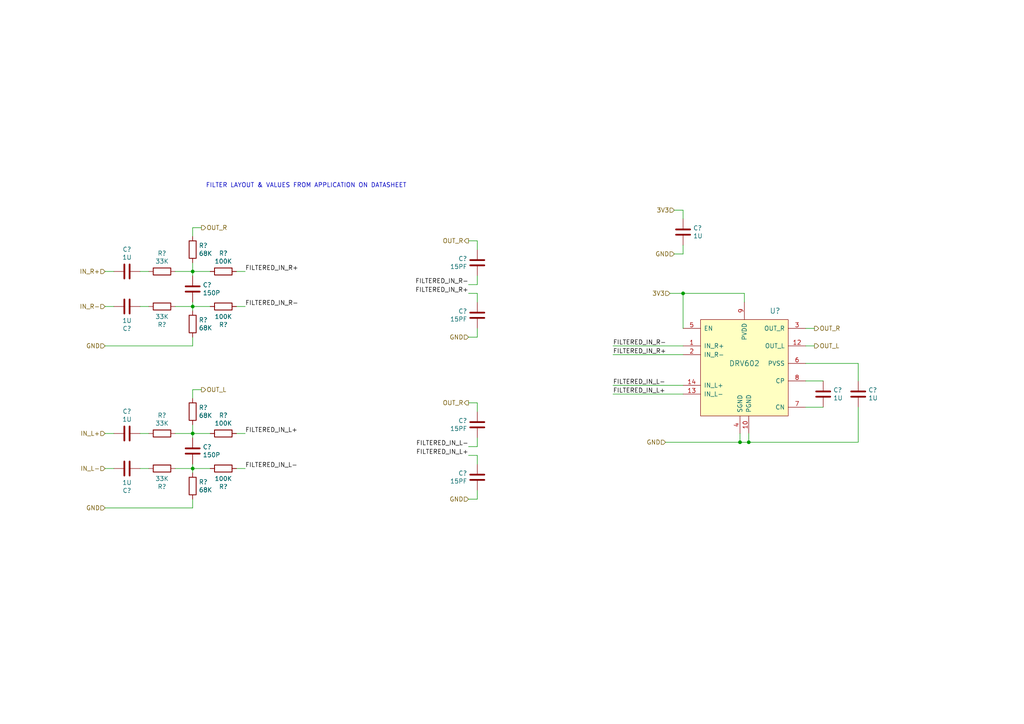
<source format=kicad_sch>
(kicad_sch (version 20211123) (generator eeschema)
  (paper "A4")
  (lib_symbols
    (symbol "Device:C" (pin_numbers hide) (pin_names (offset 0.254))
      (property "Reference" "C" (at 0.635 2.54 0))
      (property "Value" "C" (at 0.635 -2.54 0))
      (symbol "C_0_1"
        (polyline (pts (xy -2.032 -0.762) (xy 2.032 -0.762)) (stroke (width 0.508)))
        (polyline (pts (xy -2.032 0.762) (xy 2.032 0.762)) (stroke (width 0.508)))
      )
      (symbol "C_1_1"
        (pin passive line (at 0 3.81 270) (length 2.794) (name "~") (number "1"))
        (pin passive line (at 0 -3.81 90) (length 2.794) (name "~") (number "2"))
      )
    )
    (symbol "Device:R" (pin_numbers hide) (pin_names (offset 0))
      (property "Reference" "R" (at 2.032 0 90))
      (property "Value" "R" (at 0 0 90))
      (symbol "R_0_1"
        (rectangle (start -1.016 -2.54) (end 1.016 2.54) (stroke (width 0.254)))
      )
      (symbol "R_1_1"
        (pin passive line (at 0 3.81 270) (length 1.27) (name "~") (number "1"))
        (pin passive line (at 0 -3.81 90) (length 1.27) (name "~") (number "2"))
      )
    )
    (symbol "william_audio:DRV602" (pin_names (offset 1.016))
      (property "Reference" "U" (at 6.35 13.97 0))
      (property "Value" "DRV602" (at 0 0 0))
      (symbol "DRV602_0_1"
        (rectangle (start 12.7 12.7) (end -12.7 -15.24) (fill (type background)))
      )
      (symbol "DRV602_1_1"
        (pin input line (at -17.78 5.08 0) (length 5.0038) (name "IN_R+") (number "1"))
        (pin power_in line (at 1.27 -20.32 90) (length 5.0038) (name "PGND") (number "10"))
        (pin no_connect line (at 12.7 -13.97 180) (length 5.0038) hide (name "NC") (number "11"))
        (pin output line (at 17.78 5.08 180) (length 5.0038) (name "OUT_L") (number "12"))
        (pin input line (at -17.78 -8.89 0) (length 5.0038) (name "IN_L-") (number "13"))
        (pin input line (at -17.78 -6.35 0) (length 5.0038) (name "IN_L+") (number "14"))
        (pin input line (at -17.78 2.54 0) (length 5.0038) (name "IN_R-") (number "2"))
        (pin output line (at 17.78 10.16 180) (length 5.0038) (name "OUT_R") (number "3"))
        (pin power_in line (at -1.27 -20.32 90) (length 5.0038) (name "SGND") (number "4"))
        (pin input line (at -17.78 10.16 0) (length 5.0038) (name "EN") (number "5"))
        (pin power_out line (at 17.78 0 180) (length 5.0038) (name "PVSS") (number "6"))
        (pin power_in line (at 17.78 -12.7 180) (length 5.0038) (name "CN") (number "7"))
        (pin power_out line (at 17.78 -5.08 180) (length 5.0038) (name "CP") (number "8"))
        (pin power_in line (at 0 17.78 270) (length 5.0038) (name "PVDD") (number "9"))
      )
    )
  )
  (junction (at 55.88 125.73))
  (junction (at 214.63 128.27))
  (junction (at 217.17 128.27))
  (junction (at 55.88 78.74))
  (junction (at 55.88 135.89))
  (junction (at 198.12 85.09))
  (junction (at 55.88 88.9))
  (wire (pts (xy 138.43 87.63) (xy 138.43 85.09)))
  (wire (pts (xy 55.88 68.58) (xy 55.88 66.04)))
  (wire (pts (xy 217.17 128.27) (xy 217.17 125.73)))
  (wire (pts (xy 68.58 78.74) (xy 71.12 78.74)))
  (wire (pts (xy 135.89 85.09) (xy 138.43 85.09)))
  (wire (pts (xy 138.43 119.38) (xy 138.43 116.84)))
  (wire (pts (xy 236.22 100.33) (xy 233.68 100.33)))
  (wire (pts (xy 138.43 144.78) (xy 138.43 142.24)))
  (wire (pts (xy 177.8 100.33) (xy 198.12 100.33)))
  (wire (pts (xy 135.89 97.79) (xy 138.43 97.79)))
  (wire (pts (xy 233.68 118.11) (xy 238.76 118.11)))
  (wire (pts (xy 30.48 88.9) (xy 33.02 88.9)))
  (wire (pts (xy 55.88 80.01) (xy 55.88 78.74)))
  (wire (pts (xy 193.04 128.27) (xy 214.63 128.27)))
  (wire (pts (xy 68.58 88.9) (xy 71.12 88.9)))
  (wire (pts (xy 198.12 63.5) (xy 198.12 60.96)))
  (wire (pts (xy 55.88 78.74) (xy 60.96 78.74)))
  (wire (pts (xy 198.12 85.09) (xy 198.12 95.25)))
  (wire (pts (xy 198.12 60.96) (xy 195.58 60.96)))
  (wire (pts (xy 55.88 137.16) (xy 55.88 135.89)))
  (wire (pts (xy 138.43 97.79) (xy 138.43 95.25)))
  (wire (pts (xy 194.31 85.09) (xy 198.12 85.09)))
  (wire (pts (xy 138.43 129.54) (xy 138.43 127)))
  (wire (pts (xy 55.88 135.89) (xy 60.96 135.89)))
  (wire (pts (xy 55.88 76.2) (xy 55.88 78.74)))
  (wire (pts (xy 30.48 100.33) (xy 55.88 100.33)))
  (wire (pts (xy 214.63 128.27) (xy 217.17 128.27)))
  (wire (pts (xy 30.48 135.89) (xy 33.02 135.89)))
  (wire (pts (xy 248.92 110.49) (xy 248.92 105.41)))
  (wire (pts (xy 40.64 135.89) (xy 43.18 135.89)))
  (wire (pts (xy 68.58 125.73) (xy 71.12 125.73)))
  (wire (pts (xy 238.76 110.49) (xy 233.68 110.49)))
  (wire (pts (xy 55.88 100.33) (xy 55.88 97.79)))
  (wire (pts (xy 50.8 125.73) (xy 55.88 125.73)))
  (wire (pts (xy 55.88 147.32) (xy 55.88 144.78)))
  (wire (pts (xy 233.68 95.25) (xy 236.22 95.25)))
  (wire (pts (xy 198.12 73.66) (xy 198.12 71.12)))
  (wire (pts (xy 55.88 66.04) (xy 58.42 66.04)))
  (wire (pts (xy 55.88 123.19) (xy 55.88 125.73)))
  (wire (pts (xy 55.88 87.63) (xy 55.88 88.9)))
  (wire (pts (xy 55.88 115.57) (xy 55.88 113.03)))
  (wire (pts (xy 214.63 125.73) (xy 214.63 128.27)))
  (wire (pts (xy 138.43 72.39) (xy 138.43 69.85)))
  (wire (pts (xy 50.8 135.89) (xy 55.88 135.89)))
  (wire (pts (xy 55.88 134.62) (xy 55.88 135.89)))
  (wire (pts (xy 40.64 78.74) (xy 43.18 78.74)))
  (wire (pts (xy 55.88 125.73) (xy 60.96 125.73)))
  (wire (pts (xy 135.89 132.08) (xy 138.43 132.08)))
  (wire (pts (xy 138.43 69.85) (xy 135.89 69.85)))
  (wire (pts (xy 248.92 118.11) (xy 248.92 128.27)))
  (wire (pts (xy 30.48 78.74) (xy 33.02 78.74)))
  (wire (pts (xy 55.88 127) (xy 55.88 125.73)))
  (wire (pts (xy 138.43 82.55) (xy 138.43 80.01)))
  (wire (pts (xy 195.58 73.66) (xy 198.12 73.66)))
  (wire (pts (xy 248.92 105.41) (xy 233.68 105.41)))
  (wire (pts (xy 30.48 125.73) (xy 33.02 125.73)))
  (wire (pts (xy 138.43 134.62) (xy 138.43 132.08)))
  (wire (pts (xy 198.12 102.87) (xy 177.8 102.87)))
  (wire (pts (xy 198.12 85.09) (xy 215.9 85.09)))
  (wire (pts (xy 138.43 116.84) (xy 135.89 116.84)))
  (wire (pts (xy 50.8 78.74) (xy 55.88 78.74)))
  (wire (pts (xy 135.89 144.78) (xy 138.43 144.78)))
  (wire (pts (xy 215.9 85.09) (xy 215.9 87.63)))
  (wire (pts (xy 177.8 111.76) (xy 198.12 111.76)))
  (wire (pts (xy 135.89 129.54) (xy 138.43 129.54)))
  (wire (pts (xy 55.88 90.17) (xy 55.88 88.9)))
  (wire (pts (xy 68.58 135.89) (xy 71.12 135.89)))
  (wire (pts (xy 50.8 88.9) (xy 55.88 88.9)))
  (wire (pts (xy 55.88 88.9) (xy 60.96 88.9)))
  (wire (pts (xy 40.64 125.73) (xy 43.18 125.73)))
  (wire (pts (xy 248.92 128.27) (xy 217.17 128.27)))
  (wire (pts (xy 135.89 82.55) (xy 138.43 82.55)))
  (wire (pts (xy 30.48 147.32) (xy 55.88 147.32)))
  (wire (pts (xy 55.88 113.03) (xy 58.42 113.03)))
  (wire (pts (xy 198.12 114.3) (xy 177.8 114.3)))
  (wire (pts (xy 40.64 88.9) (xy 43.18 88.9)))
  (text "FILTER LAYOUT & VALUES FROM APPLICATION ON DATASHEET" (at 59.69 54.61 0) (effects (font (size 1.27 1.27)) (justify left bottom)))
  (label "FILTERED_IN_R-" (at 135.89 82.55 180))
  (label "FILTERED_IN_L+" (at 71.12 125.73 0))
  (label "FILTERED_IN_L+" (at 177.8 114.3 0))
  (label "FILTERED_IN_R+" (at 135.89 85.09 180))
  (label "FILTERED_IN_L-" (at 135.89 129.54 180))
  (label "FILTERED_IN_R+" (at 177.8 102.87 0))
  (label "FILTERED_IN_R-" (at 177.8 100.33 0))
  (label "FILTERED_IN_R-" (at 71.12 88.9 0))
  (label "FILTERED_IN_L+" (at 135.89 132.08 180))
  (label "FILTERED_IN_L-" (at 177.8 111.76 0))
  (label "FILTERED_IN_R+" (at 71.12 78.74 0))
  (label "FILTERED_IN_L-" (at 71.12 135.89 0))
  (hierarchical_label "OUT_R" (shape output) (at 135.89 116.84 180))
  (hierarchical_label "IN_L-" (shape input) (at 30.48 135.89 180))
  (hierarchical_label "3V3" (shape input) (at 195.58 60.96 180))
  (hierarchical_label "GND" (shape input) (at 135.89 97.79 180))
  (hierarchical_label "OUT_R" (shape output) (at 135.89 69.85 180))
  (hierarchical_label "IN_L+" (shape input) (at 30.48 125.73 180))
  (hierarchical_label "OUT_L" (shape output) (at 236.22 100.33 0))
  (hierarchical_label "OUT_R" (shape output) (at 236.22 95.25 0))
  (hierarchical_label "GND" (shape input) (at 195.58 73.66 180))
  (hierarchical_label "IN_R+" (shape input) (at 30.48 78.74 180))
  (hierarchical_label "3V3" (shape input) (at 194.31 85.09 180))
  (hierarchical_label "GND" (shape input) (at 30.48 147.32 180))
  (hierarchical_label "GND" (shape input) (at 30.48 100.33 180))
  (hierarchical_label "GND" (shape input) (at 135.89 144.78 180))
  (hierarchical_label "OUT_L" (shape output) (at 58.42 113.03 0))
  (hierarchical_label "GND" (shape input) (at 193.04 128.27 180))
  (hierarchical_label "OUT_R" (shape output) (at 58.42 66.04 0))
  (hierarchical_label "IN_R-" (shape input) (at 30.48 88.9 180))
  (symbol (lib_id "william_audio:DRV602") (at 215.9 105.41 0) (unit 1)
    (property "Reference" "U?" (at 224.79 90.17 0) (effects (font (size 1.524 1.524))))
    (property "Value" "DRV602" (at 215.9 105.41 0) (effects (font (size 1.524 1.524))))
    (property "Footprint" "Package_SO:TSSOP-14_4.4x5mm_P0.65mm" (effects hide))
    (property "Datasheet" "http://www.ti.com/lit/ds/symlink/drv602.pdf" (effects hide))
  )
  (symbol (lib_id "Device:C") (at 238.76 114.3 0) (unit 1)
    (property "Reference" "C?" (at 241.681 113.1316 0) (effects (justify left)))
    (property "Value" "1U" (at 241.681 115.443 0) (effects (justify left)))
  )
  (symbol (lib_id "Device:C") (at 248.92 114.3 0) (unit 1)
    (property "Reference" "C?" (at 251.841 113.1316 0) (effects (justify left)))
    (property "Value" "1U" (at 251.841 115.443 0) (effects (justify left)))
  )
  (symbol (lib_id "Device:C") (at 36.83 78.74 90) (unit 1)
    (property "Reference" "C?" (at 36.83 72.3392 90))
    (property "Value" "1U" (at 36.83 74.6506 90))
  )
  (symbol (lib_id "Device:R") (at 46.99 78.74 90) (unit 1)
    (property "Reference" "R?" (at 46.99 73.4822 90))
    (property "Value" "33K" (at 46.99 75.7936 90))
  )
  (symbol (lib_id "Device:R") (at 64.77 78.74 90) (unit 1)
    (property "Reference" "R?" (at 64.77 73.4822 90))
    (property "Value" "100K" (at 64.77 75.7936 90))
  )
  (symbol (lib_id "Device:C") (at 55.88 83.82 180) (unit 1)
    (property "Reference" "C?" (at 58.801 82.6516 0) (effects (justify right)))
    (property "Value" "150P" (at 58.801 84.963 0) (effects (justify right)))
  )
  (symbol (lib_id "Device:R") (at 55.88 93.98 0) (unit 1)
    (property "Reference" "R?" (at 57.658 92.8116 0) (effects (justify left)))
    (property "Value" "68K" (at 57.658 95.123 0) (effects (justify left)))
  )
  (symbol (lib_id "Device:C") (at 198.12 67.31 0) (mirror y) (unit 1)
    (property "Reference" "C?" (at 201.041 66.1416 0) (effects (justify right)))
    (property "Value" "1U" (at 201.041 68.453 0) (effects (justify right)))
  )
  (symbol (lib_id "Device:C") (at 138.43 76.2 0) (mirror x) (unit 1)
    (property "Reference" "C?" (at 135.509 75.0316 0) (effects (justify right)))
    (property "Value" "15PF" (at 135.509 77.343 0) (effects (justify right)))
  )
  (symbol (lib_id "Device:R") (at 46.99 88.9 90) (mirror x) (unit 1)
    (property "Reference" "R?" (at 46.99 94.1578 90))
    (property "Value" "33K" (at 46.99 91.8464 90))
  )
  (symbol (lib_id "Device:C") (at 36.83 88.9 90) (mirror x) (unit 1)
    (property "Reference" "C?" (at 36.83 95.3008 90))
    (property "Value" "1U" (at 36.83 92.9894 90))
  )
  (symbol (lib_id "Device:C") (at 36.83 125.73 90) (unit 1)
    (property "Reference" "C?" (at 36.83 119.3292 90))
    (property "Value" "1U" (at 36.83 121.6406 90))
  )
  (symbol (lib_id "Device:C") (at 36.83 135.89 90) (mirror x) (unit 1)
    (property "Reference" "C?" (at 36.83 142.2908 90))
    (property "Value" "1U" (at 36.83 139.9794 90))
  )
  (symbol (lib_id "Device:R") (at 46.99 125.73 90) (unit 1)
    (property "Reference" "R?" (at 46.99 120.4722 90))
    (property "Value" "33K" (at 46.99 122.7836 90))
  )
  (symbol (lib_id "Device:R") (at 46.99 135.89 90) (mirror x) (unit 1)
    (property "Reference" "R?" (at 46.99 141.1478 90))
    (property "Value" "33K" (at 46.99 138.8364 90))
  )
  (symbol (lib_id "Device:C") (at 55.88 130.81 180) (unit 1)
    (property "Reference" "C?" (at 58.801 129.6416 0) (effects (justify right)))
    (property "Value" "150P" (at 58.801 131.953 0) (effects (justify right)))
  )
  (symbol (lib_id "Device:R") (at 64.77 88.9 90) (mirror x) (unit 1)
    (property "Reference" "R?" (at 64.77 94.1578 90))
    (property "Value" "100K" (at 64.77 91.8464 90))
  )
  (symbol (lib_id "Device:R") (at 64.77 125.73 90) (unit 1)
    (property "Reference" "R?" (at 64.77 120.4722 90))
    (property "Value" "100K" (at 64.77 122.7836 90))
  )
  (symbol (lib_id "Device:R") (at 64.77 135.89 90) (mirror x) (unit 1)
    (property "Reference" "R?" (at 64.77 141.1478 90))
    (property "Value" "100K" (at 64.77 138.8364 90))
  )
  (symbol (lib_id "Device:R") (at 55.88 72.39 0) (unit 1)
    (property "Reference" "R?" (at 57.658 71.2216 0) (effects (justify left)))
    (property "Value" "68K" (at 57.658 73.533 0) (effects (justify left)))
  )
  (symbol (lib_id "Device:R") (at 55.88 119.38 0) (unit 1)
    (property "Reference" "R?" (at 57.658 118.2116 0) (effects (justify left)))
    (property "Value" "68K" (at 57.658 120.523 0) (effects (justify left)))
  )
  (symbol (lib_id "Device:R") (at 55.88 140.97 0) (unit 1)
    (property "Reference" "R?" (at 57.658 139.8016 0) (effects (justify left)))
    (property "Value" "68K" (at 57.658 142.113 0) (effects (justify left)))
  )
  (symbol (lib_id "Device:C") (at 138.43 91.44 0) (mirror x) (unit 1)
    (property "Reference" "C?" (at 135.509 90.2716 0) (effects (justify right)))
    (property "Value" "15PF" (at 135.509 92.583 0) (effects (justify right)))
  )
  (symbol (lib_id "Device:C") (at 138.43 123.19 0) (mirror x) (unit 1)
    (property "Reference" "C?" (at 135.509 122.0216 0) (effects (justify right)))
    (property "Value" "15PF" (at 135.509 124.333 0) (effects (justify right)))
  )
  (symbol (lib_id "Device:C") (at 138.43 138.43 0) (mirror x) (unit 1)
    (property "Reference" "C?" (at 135.509 137.2616 0) (effects (justify right)))
    (property "Value" "15PF" (at 135.509 139.573 0) (effects (justify right)))
  )
)
</source>
